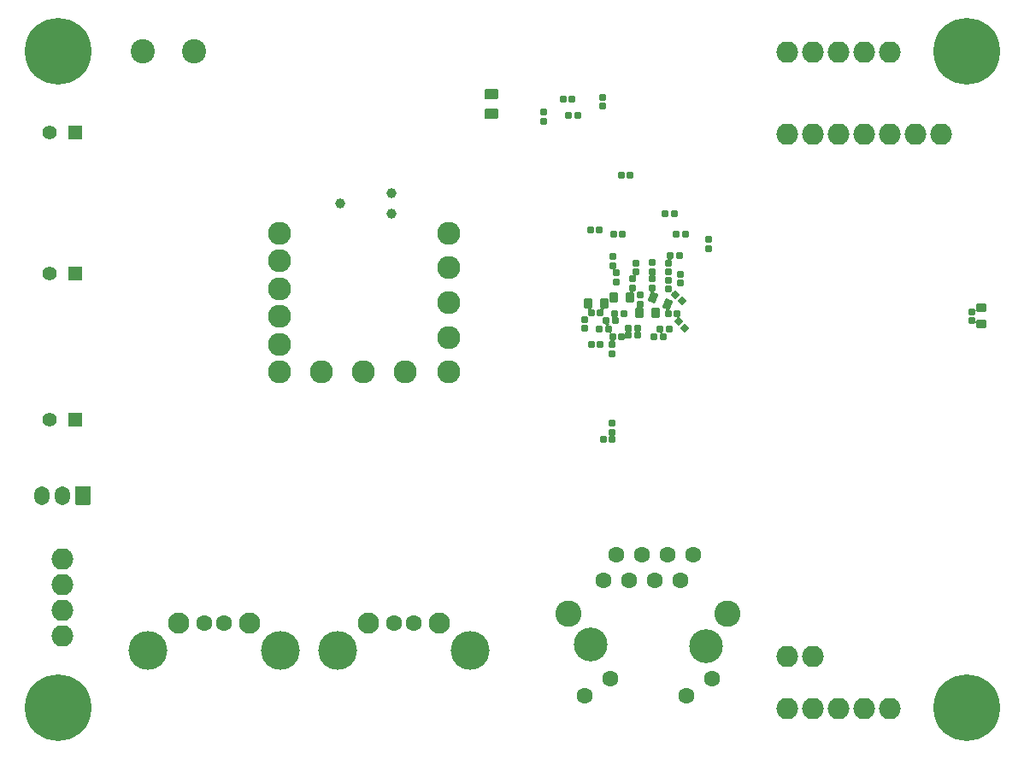
<source format=gbr>
G04 #@! TF.GenerationSoftware,KiCad,Pcbnew,(5.99.0-10577-g57d4347f00)*
G04 #@! TF.CreationDate,2021-05-20T13:19:23+03:00*
G04 #@! TF.ProjectId,imx6ull_tryout,696d7836-756c-46c5-9f74-72796f75742e,rev?*
G04 #@! TF.SameCoordinates,Original*
G04 #@! TF.FileFunction,Soldermask,Bot*
G04 #@! TF.FilePolarity,Negative*
%FSLAX46Y46*%
G04 Gerber Fmt 4.6, Leading zero omitted, Abs format (unit mm)*
G04 Created by KiCad (PCBNEW (5.99.0-10577-g57d4347f00)) date 2021-05-20 13:19:23*
%MOMM*%
%LPD*%
G01*
G04 APERTURE LIST*
G04 Aperture macros list*
%AMRoundRect*
0 Rectangle with rounded corners*
0 $1 Rounding radius*
0 $2 $3 $4 $5 $6 $7 $8 $9 X,Y pos of 4 corners*
0 Add a 4 corners polygon primitive as box body*
4,1,4,$2,$3,$4,$5,$6,$7,$8,$9,$2,$3,0*
0 Add four circle primitives for the rounded corners*
1,1,$1+$1,$2,$3*
1,1,$1+$1,$4,$5*
1,1,$1+$1,$6,$7*
1,1,$1+$1,$8,$9*
0 Add four rect primitives between the rounded corners*
20,1,$1+$1,$2,$3,$4,$5,0*
20,1,$1+$1,$4,$5,$6,$7,0*
20,1,$1+$1,$6,$7,$8,$9,0*
20,1,$1+$1,$8,$9,$2,$3,0*%
G04 Aperture macros list end*
%ADD10C,2.286000*%
%ADD11O,2.132000X2.132000*%
%ADD12RoundRect,0.050000X0.650000X0.650000X-0.650000X0.650000X-0.650000X-0.650000X0.650000X-0.650000X0*%
%ADD13C,1.400000*%
%ADD14C,2.100000*%
%ADD15C,1.600000*%
%ADD16C,3.850000*%
%ADD17C,1.000200*%
%ADD18RoundRect,0.050000X0.698500X0.889000X-0.698500X0.889000X-0.698500X-0.889000X0.698500X-0.889000X0*%
%ADD19O,1.497000X1.878000*%
%ADD20C,3.350000*%
%ADD21C,2.600000*%
%ADD22C,6.604000*%
%ADD23C,2.400000*%
%ADD24RoundRect,0.060000X-0.240000X-0.265000X0.240000X-0.265000X0.240000X0.265000X-0.240000X0.265000X0*%
%ADD25RoundRect,0.080000X-0.320000X-0.420000X0.320000X-0.420000X0.320000X0.420000X-0.320000X0.420000X0*%
%ADD26RoundRect,0.060000X0.265000X-0.240000X0.265000X0.240000X-0.265000X0.240000X-0.265000X-0.240000X0*%
%ADD27RoundRect,0.060000X-0.357089X-0.017678X-0.017678X-0.357089X0.357089X0.017678X0.017678X0.357089X0*%
%ADD28RoundRect,0.100000X0.600000X-0.400000X0.600000X0.400000X-0.600000X0.400000X-0.600000X-0.400000X0*%
%ADD29RoundRect,0.060000X0.240000X0.265000X-0.240000X0.265000X-0.240000X-0.265000X0.240000X-0.265000X0*%
%ADD30RoundRect,0.060000X-0.265000X0.240000X-0.265000X-0.240000X0.265000X-0.240000X0.265000X0.240000X0*%
%ADD31RoundRect,0.060000X0.357089X0.017678X0.017678X0.357089X-0.357089X-0.017678X-0.017678X-0.357089X0*%
%ADD32RoundRect,0.080000X-0.420000X0.320000X-0.420000X-0.320000X0.420000X-0.320000X0.420000X0.320000X0*%
%ADD33RoundRect,0.080000X0.320000X0.420000X-0.320000X0.420000X-0.320000X-0.420000X0.320000X-0.420000X0*%
%ADD34RoundRect,0.080000X-0.458669X-0.261578X0.130454X-0.511646X0.458669X0.261578X-0.130454X0.511646X0*%
G04 APERTURE END LIST*
D10*
X104000000Y-94750000D03*
X120750000Y-95437500D03*
X104000000Y-105750000D03*
D11*
X154220000Y-82200000D03*
X156760000Y-82200000D03*
X159300000Y-82200000D03*
X161840000Y-82200000D03*
X164380000Y-82200000D03*
X166920000Y-82200000D03*
X169460000Y-82200000D03*
X82500000Y-124290000D03*
X82500000Y-126830000D03*
X82500000Y-129370000D03*
X82500000Y-131910000D03*
D12*
X83770000Y-82000000D03*
D13*
X81230000Y-82000000D03*
D10*
X116375000Y-105750000D03*
X104000000Y-103000000D03*
D12*
X83770000Y-96000000D03*
D13*
X81230000Y-96000000D03*
D10*
X104000000Y-92000000D03*
D12*
X83770000Y-110500000D03*
D13*
X81230000Y-110500000D03*
D14*
X94000000Y-130625000D03*
D15*
X96500000Y-130625000D03*
X98500000Y-130625000D03*
D14*
X101000000Y-130625000D03*
D16*
X104070000Y-133335000D03*
X90930000Y-133335000D03*
D10*
X104000000Y-100250000D03*
D14*
X112800000Y-130625000D03*
D15*
X115300000Y-130625000D03*
X117300000Y-130625000D03*
D14*
X119800000Y-130625000D03*
D16*
X109730000Y-133335000D03*
X122870000Y-133335000D03*
D11*
X154220000Y-133900000D03*
X156760000Y-133900000D03*
D10*
X112250000Y-105750000D03*
X120750000Y-105750000D03*
D11*
X154220000Y-139100000D03*
X156760000Y-139100000D03*
X159300000Y-139100000D03*
X161840000Y-139100000D03*
X164380000Y-139100000D03*
D10*
X120750000Y-98875000D03*
D11*
X154220000Y-74100000D03*
X156760000Y-74100000D03*
X159300000Y-74100000D03*
X161840000Y-74100000D03*
X164380000Y-74100000D03*
D10*
X104000000Y-97500000D03*
X120750000Y-92000000D03*
D17*
X115040000Y-90116000D03*
X115040000Y-88084000D03*
X109960000Y-89100000D03*
D18*
X84532000Y-118000000D03*
D19*
X82500000Y-118000000D03*
X80468000Y-118000000D03*
D20*
X134785000Y-132750000D03*
X146215000Y-132950000D03*
D15*
X136055000Y-126400000D03*
X137325000Y-123860000D03*
X138595000Y-126400000D03*
X139865000Y-123860000D03*
X141135000Y-126400000D03*
X142405000Y-123860000D03*
X143675000Y-126400000D03*
X144945000Y-123860000D03*
X134175000Y-137830000D03*
X136715000Y-136130000D03*
X144285000Y-137830000D03*
X146825000Y-136130000D03*
D21*
X132625000Y-129700000D03*
X148375000Y-129700000D03*
D22*
X82000000Y-139000000D03*
X172000000Y-74000000D03*
X82000000Y-74000000D03*
D10*
X120750000Y-102312500D03*
X108125000Y-105750000D03*
D23*
X90460000Y-74000000D03*
X95540000Y-74000000D03*
D22*
X172000000Y-139000000D03*
D24*
X138550000Y-101400000D03*
X139450000Y-101400000D03*
X142650000Y-94200000D03*
X143550000Y-94200000D03*
X137800000Y-86250000D03*
X138700000Y-86250000D03*
D25*
X134500000Y-99000000D03*
X136100000Y-99000000D03*
D26*
X130120000Y-80910000D03*
X130120000Y-80010000D03*
D27*
X143181802Y-98081802D03*
X143818198Y-98718198D03*
D24*
X134750000Y-91700000D03*
X135650000Y-91700000D03*
D28*
X124950000Y-80200000D03*
X124950000Y-78200000D03*
D29*
X137250000Y-100700000D03*
X136350000Y-100700000D03*
X137950000Y-92100000D03*
X137050000Y-92100000D03*
D30*
X139300000Y-94950000D03*
X139300000Y-95850000D03*
D24*
X138550000Y-102100000D03*
X139450000Y-102100000D03*
X141050000Y-102300000D03*
X141950000Y-102300000D03*
D31*
X144118198Y-101418198D03*
X143481802Y-100781802D03*
D30*
X140900000Y-94930000D03*
X140900000Y-95830000D03*
X137300000Y-95950000D03*
X137300000Y-96850000D03*
X139700000Y-98150000D03*
X139700000Y-99050000D03*
X134200000Y-100550000D03*
X134200000Y-101450000D03*
D32*
X173510000Y-99400000D03*
X173510000Y-101000000D03*
D29*
X138050000Y-100000000D03*
X137150000Y-100000000D03*
D30*
X136900000Y-103050000D03*
X136900000Y-103950000D03*
D26*
X138900000Y-97450000D03*
X138900000Y-96550000D03*
D29*
X135750000Y-103000000D03*
X134850000Y-103000000D03*
X136550000Y-101500000D03*
X135650000Y-101500000D03*
D30*
X142500000Y-94950000D03*
X142500000Y-95850000D03*
D24*
X142450000Y-100000000D03*
X143350000Y-100000000D03*
X143260000Y-92090000D03*
X144160000Y-92090000D03*
D30*
X136900000Y-110850000D03*
X136900000Y-111750000D03*
D24*
X141650000Y-101500000D03*
X142550000Y-101500000D03*
D26*
X146500000Y-93550000D03*
X146500000Y-92650000D03*
D30*
X140900000Y-96550000D03*
X140900000Y-97450000D03*
X143700000Y-96050000D03*
X143700000Y-96950000D03*
D33*
X141200000Y-99900000D03*
X139600000Y-99900000D03*
D30*
X172510000Y-99800000D03*
X172510000Y-100700000D03*
D24*
X134850000Y-99900000D03*
X135750000Y-99900000D03*
D33*
X138700000Y-98400000D03*
X137100000Y-98400000D03*
D29*
X132950000Y-78750000D03*
X132050000Y-78750000D03*
D26*
X135990000Y-79420000D03*
X135990000Y-78520000D03*
D24*
X136950000Y-102300000D03*
X137850000Y-102300000D03*
X142150000Y-90100000D03*
X143050000Y-90100000D03*
D34*
X140933596Y-98407415D03*
X142406404Y-99032585D03*
D24*
X132600000Y-80370000D03*
X133500000Y-80370000D03*
D29*
X136925000Y-112420000D03*
X136025000Y-112420000D03*
D30*
X137000000Y-94350000D03*
X137000000Y-95250000D03*
X142500000Y-96650000D03*
X142500000Y-97550000D03*
G36*
X137196652Y-112021285D02*
G01*
X137196581Y-112021959D01*
X137181231Y-112076385D01*
X137196313Y-112122802D01*
X137195897Y-112124758D01*
X137193995Y-112125376D01*
X137193300Y-112125083D01*
X137162489Y-112104497D01*
X137124801Y-112097000D01*
X136725199Y-112097000D01*
X136687511Y-112104497D01*
X136655731Y-112125731D01*
X136637163Y-112153521D01*
X136635369Y-112154406D01*
X136633706Y-112153295D01*
X136633575Y-112151867D01*
X136648487Y-112098994D01*
X136627488Y-112042073D01*
X136613885Y-112029499D01*
X136613292Y-112027589D01*
X136614650Y-112026120D01*
X136616354Y-112026367D01*
X136637511Y-112040503D01*
X136675199Y-112048000D01*
X137124801Y-112048000D01*
X137162489Y-112040503D01*
X137193545Y-112019753D01*
X137195541Y-112019622D01*
X137196652Y-112021285D01*
G37*
G36*
X136684574Y-102596837D02*
G01*
X136712511Y-102615503D01*
X136750199Y-102623000D01*
X137149801Y-102623000D01*
X137187710Y-102615459D01*
X137189604Y-102616102D01*
X137189994Y-102618064D01*
X137189671Y-102618659D01*
X137155527Y-102661968D01*
X137153152Y-102722423D01*
X137184784Y-102769766D01*
X137184915Y-102771762D01*
X137183252Y-102772873D01*
X137182010Y-102772540D01*
X137162489Y-102759497D01*
X137124801Y-102752000D01*
X136675199Y-102752000D01*
X136642048Y-102758594D01*
X136640154Y-102757951D01*
X136639764Y-102755989D01*
X136640547Y-102754969D01*
X136651246Y-102747820D01*
X136651245Y-102747818D01*
X136651114Y-102745822D01*
X136651931Y-102744962D01*
X136678577Y-102730037D01*
X136703905Y-102675093D01*
X136692041Y-102615463D01*
X136688151Y-102609116D01*
X136681800Y-102599611D01*
X136681669Y-102597615D01*
X136683332Y-102596504D01*
X136684574Y-102596837D01*
G37*
G36*
X138251228Y-101904325D02*
G01*
X138252000Y-101905904D01*
X138252000Y-102324801D01*
X138259497Y-102362489D01*
X138280731Y-102394269D01*
X138300681Y-102407599D01*
X138301566Y-102409393D01*
X138300455Y-102411056D01*
X138299027Y-102411187D01*
X138246156Y-102396275D01*
X138189393Y-102417216D01*
X138155673Y-102467681D01*
X138151981Y-102494370D01*
X138150753Y-102495949D01*
X138148772Y-102495675D01*
X138148000Y-102494096D01*
X138148000Y-102075199D01*
X138140503Y-102037511D01*
X138119269Y-102005731D01*
X138099319Y-101992401D01*
X138098434Y-101990607D01*
X138099545Y-101988944D01*
X138100973Y-101988813D01*
X138153844Y-102003725D01*
X138210607Y-101982784D01*
X138244327Y-101932319D01*
X138248019Y-101905630D01*
X138249247Y-101904051D01*
X138251228Y-101904325D01*
G37*
G36*
X141918530Y-101798371D02*
G01*
X141918197Y-101799613D01*
X141911252Y-101810007D01*
X141911160Y-101810134D01*
X141886734Y-101841118D01*
X141884359Y-101901573D01*
X141917961Y-101951862D01*
X141979235Y-101973110D01*
X141980544Y-101974623D01*
X141979889Y-101976512D01*
X141978580Y-101977000D01*
X141750199Y-101977000D01*
X141712511Y-101984497D01*
X141684577Y-102003161D01*
X141682581Y-102003292D01*
X141681470Y-102001629D01*
X141681803Y-102000387D01*
X141688748Y-101989993D01*
X141688840Y-101989866D01*
X141713266Y-101958882D01*
X141715641Y-101898427D01*
X141682039Y-101848138D01*
X141620765Y-101826890D01*
X141619456Y-101825377D01*
X141620111Y-101823488D01*
X141621420Y-101823000D01*
X141849801Y-101823000D01*
X141887489Y-101815503D01*
X141915423Y-101796839D01*
X141917419Y-101796708D01*
X141918530Y-101798371D01*
G37*
G36*
X136818530Y-101798371D02*
G01*
X136818197Y-101799613D01*
X136811252Y-101810007D01*
X136811160Y-101810134D01*
X136786734Y-101841118D01*
X136784359Y-101901573D01*
X136817961Y-101951862D01*
X136879235Y-101973110D01*
X136880544Y-101974623D01*
X136879889Y-101976512D01*
X136878580Y-101977000D01*
X136750199Y-101977000D01*
X136712511Y-101984497D01*
X136684577Y-102003161D01*
X136682581Y-102003292D01*
X136681470Y-102001629D01*
X136681803Y-102000387D01*
X136688748Y-101989993D01*
X136688840Y-101989866D01*
X136713266Y-101958882D01*
X136715641Y-101898427D01*
X136682039Y-101848138D01*
X136620765Y-101826890D01*
X136619456Y-101825377D01*
X136620111Y-101823488D01*
X136621420Y-101823000D01*
X136749801Y-101823000D01*
X136787489Y-101815503D01*
X136815423Y-101796839D01*
X136817419Y-101796708D01*
X136818530Y-101798371D01*
G37*
G36*
X139182797Y-101695650D02*
G01*
X139212511Y-101715503D01*
X139250199Y-101723000D01*
X139649801Y-101723000D01*
X139687489Y-101715503D01*
X139717355Y-101695548D01*
X139719351Y-101695417D01*
X139720462Y-101697080D01*
X139720391Y-101697754D01*
X139704561Y-101753886D01*
X139720216Y-101802069D01*
X139719800Y-101804025D01*
X139717898Y-101804643D01*
X139717203Y-101804350D01*
X139687489Y-101784497D01*
X139649801Y-101777000D01*
X139250199Y-101777000D01*
X139212511Y-101784497D01*
X139182645Y-101804452D01*
X139180649Y-101804583D01*
X139179538Y-101802920D01*
X139179609Y-101802246D01*
X139195439Y-101746114D01*
X139179784Y-101697931D01*
X139180200Y-101695975D01*
X139182102Y-101695357D01*
X139182797Y-101695650D01*
G37*
G36*
X138282797Y-101695650D02*
G01*
X138312511Y-101715503D01*
X138350199Y-101723000D01*
X138749801Y-101723000D01*
X138787489Y-101715503D01*
X138817355Y-101695548D01*
X138819351Y-101695417D01*
X138820462Y-101697080D01*
X138820391Y-101697754D01*
X138804561Y-101753886D01*
X138820216Y-101802069D01*
X138819800Y-101804025D01*
X138817898Y-101804643D01*
X138817203Y-101804350D01*
X138787489Y-101784497D01*
X138749801Y-101777000D01*
X138350199Y-101777000D01*
X138312511Y-101784497D01*
X138282645Y-101804452D01*
X138280649Y-101804583D01*
X138279538Y-101802920D01*
X138279609Y-101802246D01*
X138295439Y-101746114D01*
X138279784Y-101697931D01*
X138280200Y-101695975D01*
X138282102Y-101695357D01*
X138282797Y-101695650D01*
G37*
G36*
X136618530Y-100998371D02*
G01*
X136618197Y-100999613D01*
X136611252Y-101010007D01*
X136611160Y-101010134D01*
X136586734Y-101041118D01*
X136584359Y-101101573D01*
X136617961Y-101151862D01*
X136679235Y-101173110D01*
X136680544Y-101174623D01*
X136679889Y-101176512D01*
X136678580Y-101177000D01*
X136350199Y-101177000D01*
X136312511Y-101184497D01*
X136284577Y-101203161D01*
X136282581Y-101203292D01*
X136281470Y-101201629D01*
X136281803Y-101200387D01*
X136288748Y-101189993D01*
X136288840Y-101189866D01*
X136313266Y-101158882D01*
X136315641Y-101098427D01*
X136282039Y-101048138D01*
X136220765Y-101026890D01*
X136219456Y-101025377D01*
X136220111Y-101023488D01*
X136221420Y-101023000D01*
X136549801Y-101023000D01*
X136587489Y-101015503D01*
X136615423Y-100996839D01*
X136617419Y-100996708D01*
X136618530Y-100998371D01*
G37*
G36*
X172836902Y-100622842D02*
G01*
X172855799Y-100681001D01*
X172904748Y-100716565D01*
X172965228Y-100716565D01*
X173016938Y-100677422D01*
X173017079Y-100677608D01*
X173018249Y-100677005D01*
X173019932Y-100678087D01*
X173020116Y-100679393D01*
X173012000Y-100720199D01*
X173012000Y-100991164D01*
X173011000Y-100992896D01*
X173009000Y-100992896D01*
X173008098Y-100991782D01*
X172989201Y-100933623D01*
X172940252Y-100898059D01*
X172879772Y-100898059D01*
X172829313Y-100936256D01*
X172827329Y-100936504D01*
X172826121Y-100934909D01*
X172826144Y-100934271D01*
X172833000Y-100899801D01*
X172833000Y-100623460D01*
X172834000Y-100621728D01*
X172836000Y-100621728D01*
X172836902Y-100622842D01*
G37*
G36*
X143618532Y-100298370D02*
G01*
X143618199Y-100299612D01*
X143615262Y-100304007D01*
X143615170Y-100304134D01*
X143585212Y-100342132D01*
X143582833Y-100402650D01*
X143608073Y-100445717D01*
X143608086Y-100447717D01*
X143606360Y-100448728D01*
X143604933Y-100448142D01*
X143568916Y-100412125D01*
X143536969Y-100390779D01*
X143499480Y-100383321D01*
X143461990Y-100390779D01*
X143430043Y-100412125D01*
X143345045Y-100497123D01*
X143343113Y-100497641D01*
X143341699Y-100496227D01*
X143341849Y-100494801D01*
X143369612Y-100440313D01*
X143360148Y-100380555D01*
X143317306Y-100337713D01*
X143272454Y-100326945D01*
X143271003Y-100325568D01*
X143271470Y-100323623D01*
X143272921Y-100323000D01*
X143549801Y-100323000D01*
X143587489Y-100315503D01*
X143615425Y-100296838D01*
X143617421Y-100296707D01*
X143618532Y-100298370D01*
G37*
G36*
X137441393Y-100266558D02*
G01*
X137441561Y-100267833D01*
X137439740Y-100276983D01*
X137446895Y-100337438D01*
X137481580Y-100378049D01*
X137484453Y-100379969D01*
X137485338Y-100381763D01*
X137484227Y-100383426D01*
X137482952Y-100383594D01*
X137449801Y-100377000D01*
X137050199Y-100377000D01*
X137012511Y-100384497D01*
X136980731Y-100405731D01*
X136962064Y-100433668D01*
X136960270Y-100434553D01*
X136958607Y-100433442D01*
X136958439Y-100432167D01*
X136960260Y-100423017D01*
X136953105Y-100362562D01*
X136918420Y-100321951D01*
X136915547Y-100320031D01*
X136914662Y-100318237D01*
X136915773Y-100316574D01*
X136917048Y-100316406D01*
X136950199Y-100323000D01*
X137349801Y-100323000D01*
X137387489Y-100315503D01*
X137419269Y-100294269D01*
X137437936Y-100266332D01*
X137439730Y-100265447D01*
X137441393Y-100266558D01*
G37*
G36*
X173011512Y-99507527D02*
G01*
X173012000Y-99508836D01*
X173012000Y-99679801D01*
X173020116Y-99720607D01*
X173019473Y-99722501D01*
X173017511Y-99722891D01*
X173016973Y-99722470D01*
X173016907Y-99722554D01*
X172968881Y-99684694D01*
X172908426Y-99682319D01*
X172858138Y-99715921D01*
X172836890Y-99777195D01*
X172835377Y-99778504D01*
X172833488Y-99777849D01*
X172833000Y-99776540D01*
X172833000Y-99600199D01*
X172826153Y-99565776D01*
X172826796Y-99563882D01*
X172828758Y-99563492D01*
X172829353Y-99563815D01*
X172876118Y-99600682D01*
X172936573Y-99603057D01*
X172986861Y-99569455D01*
X173008110Y-99508181D01*
X173009623Y-99506872D01*
X173011512Y-99507527D01*
G37*
G36*
X142220862Y-99494835D02*
G01*
X142469380Y-99600324D01*
X142514637Y-99609738D01*
X142559855Y-99601153D01*
X142598348Y-99575916D01*
X142624475Y-99537543D01*
X142626276Y-99536674D01*
X142626910Y-99536828D01*
X142627503Y-99537080D01*
X142628706Y-99538678D01*
X142628641Y-99539481D01*
X142613839Y-99590260D01*
X142634282Y-99647204D01*
X142681570Y-99679403D01*
X142682438Y-99681204D01*
X142681313Y-99682857D01*
X142680054Y-99683018D01*
X142649801Y-99677000D01*
X142250199Y-99677000D01*
X142217048Y-99683594D01*
X142215154Y-99682951D01*
X142214764Y-99680989D01*
X142215547Y-99679969D01*
X142226246Y-99672820D01*
X142226126Y-99672640D01*
X142225995Y-99670644D01*
X142226812Y-99669784D01*
X142252891Y-99655180D01*
X142278224Y-99600238D01*
X142266426Y-99540911D01*
X142218746Y-99498165D01*
X142218124Y-99496264D01*
X142219459Y-99494775D01*
X142220862Y-99494835D01*
G37*
G36*
X134889870Y-99429213D02*
G01*
X134890038Y-99430488D01*
X134887366Y-99443920D01*
X134887628Y-99444149D01*
X134887659Y-99445336D01*
X134878208Y-99478843D01*
X134899148Y-99535606D01*
X134949612Y-99569327D01*
X134976303Y-99573019D01*
X134977882Y-99574247D01*
X134977608Y-99576228D01*
X134976029Y-99577000D01*
X134650199Y-99577000D01*
X134612511Y-99584497D01*
X134580731Y-99605731D01*
X134562064Y-99633668D01*
X134560270Y-99634553D01*
X134558607Y-99633442D01*
X134558439Y-99632167D01*
X134560974Y-99619427D01*
X134553825Y-99559015D01*
X134512709Y-99514538D01*
X134464415Y-99501935D01*
X134462992Y-99500530D01*
X134463497Y-99498595D01*
X134464920Y-99498000D01*
X134779801Y-99498000D01*
X134825143Y-99488981D01*
X134863411Y-99463411D01*
X134886413Y-99428987D01*
X134888207Y-99428102D01*
X134889870Y-99429213D01*
G37*
G36*
X135714902Y-99430954D02*
G01*
X135736589Y-99463411D01*
X135774857Y-99488981D01*
X135820199Y-99498000D01*
X136135080Y-99498000D01*
X136136812Y-99499000D01*
X136136812Y-99501000D01*
X136135698Y-99501902D01*
X136077539Y-99520799D01*
X136041938Y-99569800D01*
X136039015Y-99619370D01*
X136041561Y-99632167D01*
X136040918Y-99634061D01*
X136038956Y-99634451D01*
X136037936Y-99633668D01*
X136019269Y-99605731D01*
X135987489Y-99584497D01*
X135949801Y-99577000D01*
X135623971Y-99577000D01*
X135622239Y-99576000D01*
X135622239Y-99574000D01*
X135623353Y-99573098D01*
X135681512Y-99554201D01*
X135717076Y-99505252D01*
X135717076Y-99444561D01*
X135711439Y-99432938D01*
X135711583Y-99430943D01*
X135713383Y-99430070D01*
X135714902Y-99430954D01*
G37*
G36*
X139386176Y-99290002D02*
G01*
X139405731Y-99319269D01*
X139437511Y-99340503D01*
X139475199Y-99348000D01*
X139924801Y-99348000D01*
X139962489Y-99340503D01*
X139990424Y-99321838D01*
X139992420Y-99321707D01*
X139993531Y-99323370D01*
X139993198Y-99324612D01*
X139985822Y-99335651D01*
X139986347Y-99336714D01*
X139985922Y-99337822D01*
X139965705Y-99363469D01*
X139963327Y-99424094D01*
X139971081Y-99440913D01*
X139970898Y-99442904D01*
X139969082Y-99443742D01*
X139967602Y-99442861D01*
X139963411Y-99436589D01*
X139925143Y-99411019D01*
X139879801Y-99402000D01*
X139320199Y-99402000D01*
X139311605Y-99403709D01*
X139309711Y-99403066D01*
X139309321Y-99401104D01*
X139310238Y-99400002D01*
X139358168Y-99373160D01*
X139383570Y-99318061D01*
X139382515Y-99291191D01*
X139383446Y-99289422D01*
X139385444Y-99289343D01*
X139386176Y-99290002D01*
G37*
G36*
X142823280Y-97763775D02*
G01*
X142823947Y-97765044D01*
X142830404Y-97819596D01*
X142871475Y-97864026D01*
X142930796Y-97875825D01*
X142989145Y-97847523D01*
X142991140Y-97847666D01*
X142992013Y-97849466D01*
X142991432Y-97850736D01*
X142825736Y-98016432D01*
X142823804Y-98016950D01*
X142822390Y-98015536D01*
X142822540Y-98014110D01*
X142850303Y-97959622D01*
X142840839Y-97899864D01*
X142798072Y-97857097D01*
X142739639Y-97849015D01*
X142738060Y-97847787D01*
X142738334Y-97845806D01*
X142739523Y-97845072D01*
X142762489Y-97840503D01*
X142794269Y-97819269D01*
X142815503Y-97787489D01*
X142819999Y-97764889D01*
X142821318Y-97763385D01*
X142823280Y-97763775D01*
G37*
G36*
X140675199Y-97748000D02*
G01*
X141122526Y-97748000D01*
X141124258Y-97749000D01*
X141124258Y-97751000D01*
X141123503Y-97751745D01*
X141074212Y-97779350D01*
X141048881Y-97834294D01*
X141060682Y-97893620D01*
X141108360Y-97936362D01*
X141108982Y-97938263D01*
X141107647Y-97939752D01*
X141106244Y-97939692D01*
X140870620Y-97839676D01*
X140825363Y-97830262D01*
X140780145Y-97838847D01*
X140741652Y-97864084D01*
X140721567Y-97893582D01*
X140719766Y-97894451D01*
X140718113Y-97893325D01*
X140717994Y-97891896D01*
X140733366Y-97839154D01*
X140712921Y-97782211D01*
X140665631Y-97750013D01*
X140664762Y-97748212D01*
X140665888Y-97746559D01*
X140667147Y-97746398D01*
X140675199Y-97748000D01*
G37*
G36*
X138609576Y-97721838D02*
G01*
X138637511Y-97740503D01*
X138675199Y-97748000D01*
X139113955Y-97748000D01*
X139115687Y-97749000D01*
X139115687Y-97751000D01*
X139114573Y-97751902D01*
X139112689Y-97752514D01*
X139112461Y-97752574D01*
X139107160Y-97753628D01*
X139106965Y-97754204D01*
X139106264Y-97754602D01*
X139056414Y-97770799D01*
X139020850Y-97819748D01*
X139020850Y-97880228D01*
X139056455Y-97927263D01*
X139056703Y-97929247D01*
X139055108Y-97930455D01*
X139053749Y-97930133D01*
X139025143Y-97911019D01*
X138979801Y-97902000D01*
X138546420Y-97902000D01*
X138544688Y-97901000D01*
X138544688Y-97899000D01*
X138545802Y-97898098D01*
X138603961Y-97879201D01*
X138639525Y-97830252D01*
X138639525Y-97769772D01*
X138614892Y-97737232D01*
X138614813Y-97736602D01*
X138606802Y-97724612D01*
X138606671Y-97722616D01*
X138608334Y-97721505D01*
X138609576Y-97721838D01*
G37*
G36*
X138996835Y-96105956D02*
G01*
X139005731Y-96119269D01*
X139037511Y-96140503D01*
X139075199Y-96148000D01*
X139294096Y-96148000D01*
X139295828Y-96149000D01*
X139295828Y-96151000D01*
X139294714Y-96151902D01*
X139236555Y-96170799D01*
X139200991Y-96219748D01*
X139200991Y-96280441D01*
X139206627Y-96292060D01*
X139206484Y-96294055D01*
X139204684Y-96294928D01*
X139203165Y-96294044D01*
X139194269Y-96280731D01*
X139162489Y-96259497D01*
X139124801Y-96252000D01*
X138905904Y-96252000D01*
X138904172Y-96251000D01*
X138904172Y-96249000D01*
X138905286Y-96248098D01*
X138963445Y-96229201D01*
X138999009Y-96180252D01*
X138999009Y-96119559D01*
X138993373Y-96107940D01*
X138993516Y-96105945D01*
X138995316Y-96105072D01*
X138996835Y-96105956D01*
G37*
G36*
X141181205Y-96111606D02*
G01*
X141180780Y-96112975D01*
X141146769Y-96156117D01*
X141144394Y-96216572D01*
X141176026Y-96263914D01*
X141176157Y-96265910D01*
X141174494Y-96267021D01*
X141173252Y-96266688D01*
X141162489Y-96259497D01*
X141124801Y-96252000D01*
X140675199Y-96252000D01*
X140637511Y-96259497D01*
X140621902Y-96269926D01*
X140619906Y-96270057D01*
X140618795Y-96268394D01*
X140619220Y-96267025D01*
X140653231Y-96223883D01*
X140655606Y-96163428D01*
X140623974Y-96116086D01*
X140623843Y-96114090D01*
X140625506Y-96112979D01*
X140626748Y-96113312D01*
X140637511Y-96120503D01*
X140675199Y-96128000D01*
X141124801Y-96128000D01*
X141162489Y-96120503D01*
X141178098Y-96110074D01*
X141180094Y-96109943D01*
X141181205Y-96111606D01*
G37*
G36*
X137311056Y-95499545D02*
G01*
X137311187Y-95500973D01*
X137296275Y-95553844D01*
X137317216Y-95610607D01*
X137367681Y-95644327D01*
X137394370Y-95648019D01*
X137395949Y-95649247D01*
X137395675Y-95651228D01*
X137394096Y-95652000D01*
X137075199Y-95652000D01*
X137037511Y-95659497D01*
X137005731Y-95680731D01*
X136992401Y-95700681D01*
X136990607Y-95701566D01*
X136988944Y-95700455D01*
X136988813Y-95699027D01*
X137003725Y-95646156D01*
X136982784Y-95589393D01*
X136932319Y-95555673D01*
X136905630Y-95551981D01*
X136904051Y-95550753D01*
X136904325Y-95548772D01*
X136905904Y-95548000D01*
X137224801Y-95548000D01*
X137262489Y-95540503D01*
X137294269Y-95519269D01*
X137307599Y-95499319D01*
X137309393Y-95498434D01*
X137311056Y-95499545D01*
G37*
G36*
X142383476Y-94496103D02*
G01*
X142412511Y-94515503D01*
X142450199Y-94523000D01*
X142849514Y-94523000D01*
X142851246Y-94524000D01*
X142851246Y-94526000D01*
X142850491Y-94526745D01*
X142802291Y-94553739D01*
X142776961Y-94608683D01*
X142788824Y-94668314D01*
X142792714Y-94674663D01*
X142793198Y-94675388D01*
X142793329Y-94677384D01*
X142791666Y-94678495D01*
X142790424Y-94678162D01*
X142762489Y-94659497D01*
X142724801Y-94652000D01*
X142297608Y-94652000D01*
X142295876Y-94651000D01*
X142295876Y-94649000D01*
X142296990Y-94648098D01*
X142355149Y-94629201D01*
X142390713Y-94580252D01*
X142390713Y-94519559D01*
X142380566Y-94498639D01*
X142380709Y-94496644D01*
X142382509Y-94495771D01*
X142383476Y-94496103D01*
G37*
M02*

</source>
